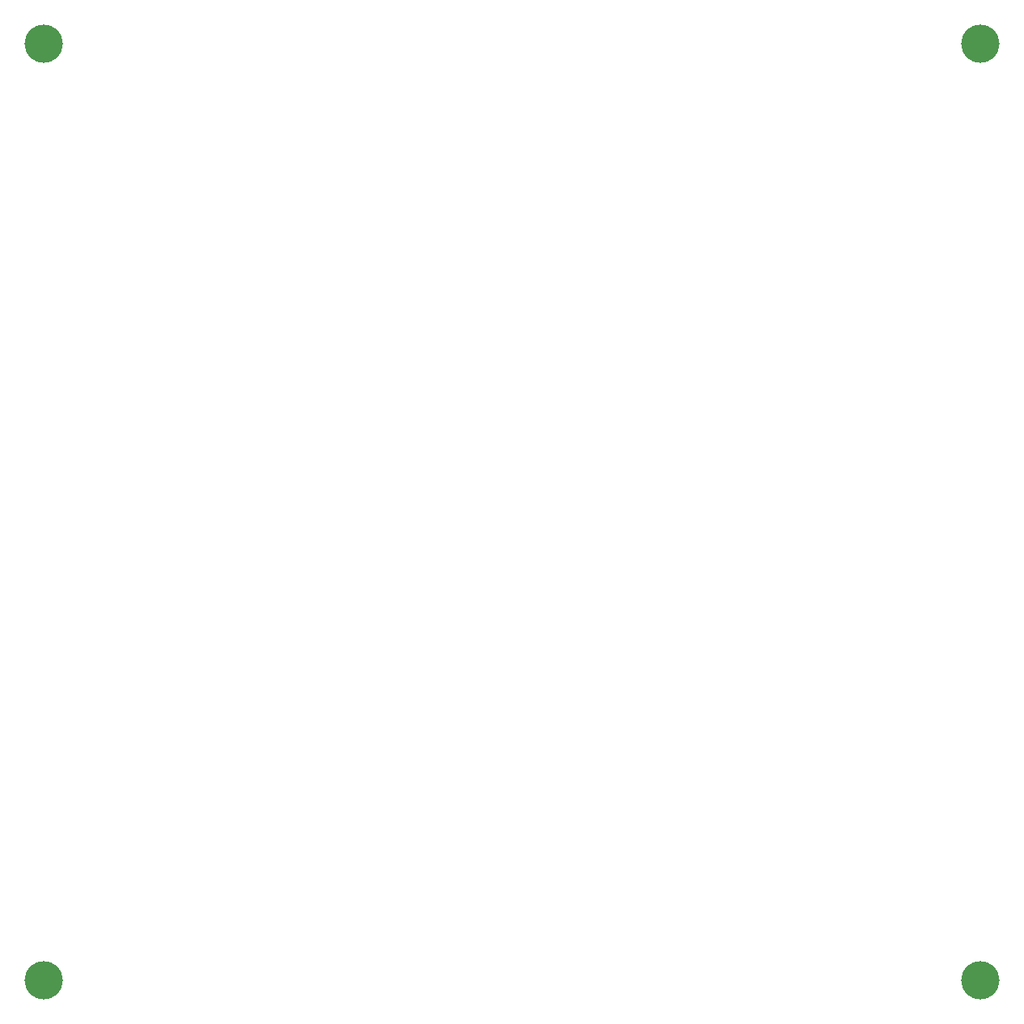
<source format=gbr>
G04 GENERATED BY PULSONIX 7.0 GERBER.DLL 4573*
%INHILLSTAR_80X80_EL_V1_0*%
%LNGERBER_SOLDERMASK_TOP*%
%FSLAX33Y33*%
%IPPOS*%
%LPD*%
%OFA0B0*%
%MOMM*%
%ADD2890C,4.000*%
X0Y0D02*
D02*
D2890*
X81878Y78862D03*
Y176862D03*
X179878Y78862D03*
Y176862D03*
X0Y0D02*
M02*

</source>
